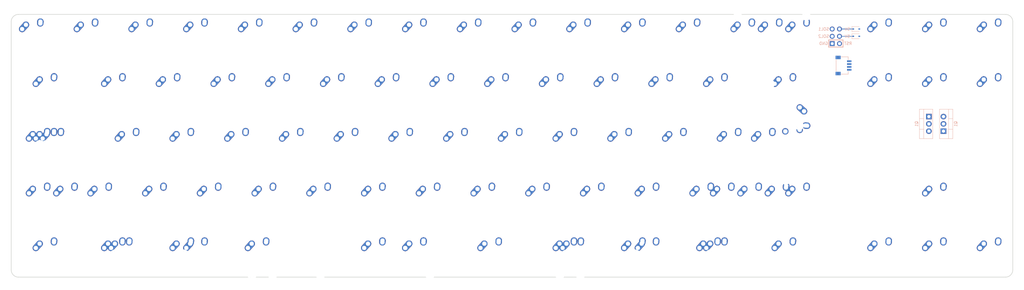
<source format=kicad_pcb>
(kicad_pcb (version 20211014) (generator pcbnew)
  (layers (0 "F.Cu" signal) (31 "B.Cu" signal) (34 "B.Paste" user) (35 "F.Paste" user) (36 "B.SilkS" user "B.Silkscreen") (37 "F.SilkS" user "F.Silkscreen") (38 "B.Mask" user) (39 "F.Mask" user) (44 "Edge.Cuts" user))
  (net 0 "")
  (net 1 "GND")
  (footprint "MX_Alps:MX-1U-NoLED" (layer "F.Cu") (at 371.475 57.15)
    (fp_text reference "REF**70")
    (fp_text value "1U")
  )
  (footprint "MX_Alps:MX-1U-NoLED" (layer "F.Cu") (at 57.15 38.1)
    (fp_text reference "REF**1")
    (fp_text value "1U")
  )
  (footprint "MX_Alps:MX-1U-NoLED" (layer "F.Cu") (at 200.025 57.15)
    (fp_text reference "REF**23")
    (fp_text value "1U")
  )
  (footprint "MX_Alps:MX-1U-NoLED" (layer "F.Cu") (at 109.5375 76.2)
    (fp_text reference "REF**33")
    (fp_text value "1U")
  )
  (footprint "MX_Alps:MX-1U-NoLED" (layer "F.Cu") (at 257.175 57.15)
    (fp_text reference "REF**26")
    (fp_text value "1U")
  )
  (footprint "MX_Alps:MX-1U-NoLED" (layer "F.Cu") (at 100.0125 95.25)
    (fp_text reference "REF**48")
    (fp_text value "1U")
  )
  (footprint "MX_Alps:MX-1U-NoLED" (layer "F.Cu") (at 223.8375 76.2)
    (fp_text reference "REF**39")
    (fp_text value "1U")
  )
  (footprint "MX_Alps:MX-1U-NoLED" (layer "F.Cu") (at 123.825 57.15)
    (fp_text reference "REF**19")
    (fp_text value "1U")
  )
  (footprint "MX_Alps:MX-7U-ReversedStabilizers-NoLED" (layer "F.Cu") (at 171.45 114.3)
    (fp_text reference "REF**29")
    (fp_text value "1.5U")
  )
  (footprint "MX_Alps:MX-1U-NoLED" (layer "F.Cu") (at 138.1125 95.25)
    (fp_text reference "REF**50")
    (fp_text value "1U")
  )
  (footprint "MX_Alps:MX-1.25U-NoLED" (layer "F.Cu") (at 197.64375 114.3)
    (fp_text reference "REF**29")
    (fp_text value "1.5U")
  )
  (footprint "MX_Alps:MX-1U-NoLED" (layer "F.Cu") (at 180.975 57.15)
    (fp_text reference "REF**22")
    (fp_text value "1U")
  )
  (footprint "MX_Alps:MX-1.25U-NoLED" (layer "F.Cu") (at 69.05625 114.3)
    (fp_text reference "REF**61")
    (fp_text value "1U")
  )
  (footprint "MX_Alps:MX-1U-NoLED" (layer "F.Cu") (at 352.425 114.3)
    (fp_text reference "REF**46")
    (fp_text value "1U")
  )
  (footprint "MX_Alps:MX-1.5U-NoLED" (layer "F.Cu") (at 95.25 114.3)
    (fp_text reference "REF**29")
    (fp_text value "1.5U")
  )
  (footprint "MX_Alps:MX-1U-NoLED" (layer "F.Cu") (at 371.475 114.3)
    (fp_text reference "REF**60")
    (fp_text value "1U")
  )
  (footprint "MX_Alps:MX-1U-NoLED" (layer "F.Cu") (at 85.725 57.15)
    (fp_text reference "REF**17")
    (fp_text value "1U")
  )
  (footprint "MX_Alps:MX-1U-NoLED" (layer "F.Cu") (at 271.4625 95.25)
    (fp_text reference "REF**57")
    (fp_text value "1U")
  )
  (footprint "MX_Alps:MX-1U-NoLED" (layer "F.Cu") (at 219.075 57.15)
    (fp_text reference "REF**24")
    (fp_text value "1U")
  )
  (footprint "MX_Alps:MX-1.25U-NoLED" (layer "F.Cu") (at 116.68125 114.3)
    (fp_text reference "REF**29")
    (fp_text value "1.5U")
  )
  (footprint "MX_Alps:MX-1U-NoLED" (layer "F.Cu") (at 371.475 38.1)
    (fp_text reference "REF**73")
    (fp_text value "1U")
  )
  (footprint "MX_Alps:MX-1.25U-NoLED" (layer "F.Cu") (at 226.21875 114.3)
    (fp_text reference "REF**29")
    (fp_text value "1.5U")
  )
  (footprint "MX_Alps:MX-1.5U-NoLED" (layer "F.Cu") (at 300.0375 114.3)
    (fp_text reference "REF**29")
    (fp_text value "1.5U")
  )
  (footprint "MX_Alps:MX-1U-NoLED" (layer "F.Cu") (at 285.75 38.1)
    (fp_text reference "REF**13")
    (fp_text value "1U")
  )
  (footprint "MX_Alps:MX-1U-NoLED" (layer "F.Cu") (at 71.4375 76.2)
    (fp_text reference "REF**31")
    (fp_text value "1U")
  )
  (footprint "MX_Alps:MX-1.5U-NoLED" (layer "F.Cu") (at 42.8625 114.3)
    (fp_text reference "REF**29")
    (fp_text value "1.5U")
  )
  (footprint "MX_Alps:MX-1U-NoLED" (layer "F.Cu") (at 76.2 38.1)
    (fp_text reference "REF**2")
    (fp_text value "1U")
  )
  (footprint "MX_Alps:MX-1U-NoLED" (layer "F.Cu") (at 352.425 95.25)
    (fp_text reference "REF**63")
    (fp_text value "1U")
  )
  (footprint "MX_Alps:MX-1U-NoLED" (layer "F.Cu") (at 142.875 57.15)
    (fp_text reference "REF**20")
    (fp_text value "1U")
  )
  (footprint "MX_Alps:MX-1U-NoLED" (layer "F.Cu") (at 171.45 38.1)
    (fp_text reference "REF**7")
    (fp_text value "1U")
  )
  (footprint "MX_Alps:MX-1U-NoLED" (layer "F.Cu") (at 161.925 57.15)
    (fp_text reference "REF**21")
    (fp_text value "1U")
  )
  (footprint "MX_Alps:MX-1U-NoLED" (layer "F.Cu") (at 252.4125 95.25)
    (fp_text reference "REF**56")
    (fp_text value "1U")
  )
  (footprint "MX_Alps:MX-1U-NoLED" (layer "F.Cu") (at 195.2625 95.25)
    (fp_text reference "REF**53")
    (fp_text value "1U")
  )
  (footprint "MX_Alps:MX-1.25U-NoLED" (layer "F.Cu") (at 40.48125 95.25)
    (fp_text reference "REF**29")
    (fp_text value "1.25U")
  )
  (footprint "MX_Alps:MX-1U-NoLED" (layer "F.Cu") (at 214.3125 95.25)
    (fp_text reference "REF**54")
    (fp_text value "1U")
  )
  (footprint "MX_Alps:MX-1U-NoLED" (layer "F.Cu") (at 119.0625 95.25)
    (fp_text reference "REF**49")
    (fp_text value "1U")
  )
  (footprint "MX_Alps:MX-1U-NoLED" (layer "F.Cu") (at 209.55 38.1)
    (fp_text reference "REF**9")
    (fp_text value "1U")
  )
  (footprint "MX_Alps:MX-1U-NoLED" (layer "F.Cu") (at 185.7375 76.2)
    (fp_text reference "REF**37")
    (fp_text value "1U")
  )
  (footprint "MX_Alps:MX-1U-NoLED" (layer "F.Cu") (at 38.1 38.1)
    (fp_text reference "REF**")
    (fp_text value "1U")
  )
  (footprint "MX_Alps:MX-2.75U-NoLED" (layer "F.Cu") (at 288.13125 95.25)
    (fp_text reference "REF**58")
    (fp_text value "1U")
  )
  (footprint "MX_Alps:MX-1U-NoLED" (layer "F.Cu") (at 261.9375 76.2)
    (fp_text reference "REF**41")
    (fp_text value "1U")
  )
  (footprint "MX_Alps:MX-1U-NoLED" (layer "F.Cu") (at 95.25 38.1)
    (fp_text reference "REF**3")
    (fp_text value "1U")
  )
  (footprint "MX_Alps:MX-1.5U-NoLED" (layer "F.Cu") (at 252.4125 114.3)
    (fp_text reference "REF**29")
    (fp_text value "1.5U")
  )
  (footprint "MX_Alps:MX-1U-NoLED" (layer "F.Cu") (at 190.5 38.1)
    (fp_text reference "REF**8")
    (fp_text value "1U")
  )
  (footprint "MX_Alps:MX-1U-NoLED" (layer "F.Cu") (at 333.375 38.1)
    (fp_text reference "REF**71")
    (fp_text value "1U")
  )
  (footprint "MX_Alps:MX-1.75U-NoLED" (layer "F.Cu") (at 45.24375 76.2)
    (fp_text reference "REF**30")
    (fp_text value "1.75U")
  )
  (footprint "MX_Alps:MX-ISO-ReversedStabilizers" (layer "F.Cu") (at 302.41875 66.675)
    (fp_text reference "REF**")
    (fp_text value "ISO-Combined")
  )
  (footprint "MX_Alps:MX-1.25U-NoLED" (layer "F.Cu") (at 273.84375 114.3)
    (fp_text reference "REF**44")
    (fp_text value "1U")
  )
  (footprint "MX_Alps:MX-1.5U-NoLED" (layer "F.Cu") (at 90.4875 114.3)
    (fp_text reference "REF**29")
    (fp_text value "1.5U")
  )
  (footprint "MX_Alps:MX-1.5U-NoLED" (layer "F.Cu") (at 42.8625 76.2)
    (fp_text reference "REF**29")
    (fp_text value "1.5U")
  )
  (footprint "MX_Alps:MX-1U-NoLED" (layer "F.Cu") (at 233.3625 95.25)
    (fp_text reference "REF**55")
    (fp_text value "1U")
  )
  (footprint "MX_Alps:MX-1.5U-NoLED" (layer "F.Cu") (at 247.65 114.3)
    (fp_text reference "REF**29")
    (fp_text value "1.5U")
  )
  (footprint "MX_Alps:MX-1.5U-NoLED" (layer "F.Cu") (at 223.8375 114.3)
    (fp_text reference "REF**29")
    (fp_text value "1.5U")
  )
  (footprint "MX_Alps:MX-1.75U-NoLED" (layer "F.Cu") (at 278.60625 95.25)
    (fp_text reference "REF**30")
    (fp_text value "1.75U")
  )
  (footprint "MX_Alps:MX-2.25U-NoLED" (layer "F.Cu") (at 292.89375 76.2)
    (fp_text reference "REF**42")
    (fp_text value "2.25U")
  )
  (footprint "MX_Alps:MX-1U-NoLED" (layer "F.Cu") (at 114.3 38.1)
    (fp_text reference "REF**4")
    (fp_text value "1U")
  )
  (footprint "MX_Alps:MX-1U-NoLED" (layer "F.Cu") (at 147.6375 76.2)
    (fp_text reference "REF**35")
    (fp_text value "1U")
  )
  (footprint "MX_Alps:MX-1.5U-NoLED" (layer "F.Cu") (at 42.8625 57.15)
    (fp_text reference "REF**15")
    (fp_text value "1.5U")
  )
  (footprint "MX_Alps:MX-1U-NoLED" (layer "F.Cu") (at 304.8 95.25)
    (fp_text reference "REF**75")
    (fp_text value "1U")
  )
  (footprint "MX_Alps:MX-1U-NoLED" (layer "F.Cu") (at 333.375 57.15)
    (fp_text reference "REF**68")
    (fp_text value "1U")
  )
  (footprint "MX_Alps:MX-1U-NoLED" (layer "F.Cu") (at 280.9875 76.2)
    (fp_text reference "REF**43")
    (fp_text value "1U")
  )
  (footprint "MX_Alps:MX-1U-NoLED" (layer "F.Cu") (at 176.2125 95.25)
    (fp_text reference "REF**52")
    (fp_text value "1U")
  )
  (footprint "MX_Alps:MX-1U-NoLED" (layer "F.Cu") (at 152.4 38.1)
    (fp_text reference "REF**6")
    (fp_text value "1U")
  )
  (footprint "MX_Alps:MX-1.25U-NoLED" (layer "F.Cu") (at 40.48125 76.2)
    (fp_text reference "REF**29")
    (fp_text value "1.25U")
  )
  (footprint "MX_Alps:MX-1U-NoLED" (layer "F.Cu") (at 247.65 38.1)
    (fp_text reference "REF**11")
    (fp_text value "1U")
  )
  (footprint "MX_Alps:MX-1U-NoLED" (layer "F.Cu") (at 304.8 38.1)
    (fp_text reference "REF**14")
    (fp_text value "1U")
  )
  (footprint "MX_Alps:MX-3U-ReversedStabilizers-NoLED" (layer "F.Cu") (at 157.1625 114.3)
    (fp_text reference "REF**29")
    (fp_text value "1.5U")
  )
  (footprint "MX_Alps:MX-1U-NoLED" (layer "F.Cu") (at 352.425 38.1)
    (fp_text reference "REF**72")
    (fp_text value "1U")
  )
  (footprint "MX_Alps:MX-1U-NoLED" (layer "F.Cu") (at 276.225 114.3)
    (fp_text reference "REF**44")
    (fp_text value "1U")
  )
  (footprint "MX_Alps:MX-2U-NoLED" (layer "F.Cu") (at 295.275 38.1)
    (fp_text reference "REF**13")
    (fp_text value "1U")
  )
  (footprint "MX_Alps:MX-6.5U-ReversedStabilizers-NoLED" (layer "F.Cu") (at 171.45 114.3)
    (fp_text reference "REF**29")
    (fp_text value "1.5U")
  )
  (footprint "MX_Alps:MX-1U-NoLED" (layer "F.Cu") (at 133.35 38.1)
    (fp_text reference "REF**5")
    (fp_text value "1U")
  )
  (footprint "MX_Alps:MX-1U-NoLED" (layer "F.Cu") (at 90.4875 76.2)
    (fp_text reference "REF**32")
    (fp_text value "1U")
  )
  (footprint "MX_Alps:MX-1U-NoLED" (layer "F.Cu") (at 157.1625 95.25)
    (fp_text reference "REF**51")
    (fp_text value "1U")
  )
  (footprint "MX_Alps:MX-1U-NoLED" (layer "F.Cu") (at 166.6875 76.2)
    (fp_text reference "REF**36")
    (fp_text value "1U")
  )
  (footprint "MX_Alps:MX-1U-NoLED" (layer "F.Cu") (at 128.5875 76.2)
    (fp_text reference "REF**34")
    (fp_text value "1U")
  )
  (footprint "MX_Alps:MX-1U-NoLED" (layer "F.Cu") (at 276.225 57.15)
    (fp_text reference "REF**27")
    (fp_text value "1U")
  )
  (footprint "MX_Alps:MX-1U-NoLED" (layer "F.Cu") (at 66.675 114.3)
    (fp_text reference "REF**61")
    (fp_text value "1U")
  )
  (footprint "MX_Alps:MX-1U-NoLED" (layer "F.Cu") (at 238.125 57.15)
    (fp_text reference "REF**25")
    (fp_text value "1U")
  )
  (footprint "MX_Alps:MX-1U-NoLED" (layer "F.Cu") (at 352.425 57.15)
    (fp_text reference "REF**69")
    (fp_text value "1U")
  )
  (footprint "MX_Alps:MX-1U-NoLED" (layer "F.Cu") (at 333.375 114.3)
    (fp_text reference "REF**45")
    (fp_text value "1U")
  )
  (footprint "MX_Alps:MX-1U-NoLED" (layer "F.Cu") (at 266.7 38.1)
    (fp_text reference "REF**12")
    (fp_text value "1U")
  )
  (footprint "MX_Alps:MX-2.25U-NoLED" (layer "F.Cu") (at 50.00625 95.25)
    (fp_text reference "REF**42")
    (fp_text value "2.25U")
  )
  (footprint "MX_Alps:MX-1U-NoLED" (layer "F.Cu") (at 204.7875 76.2)
    (fp_text reference "REF**38")
    (fp_text value "1U")
  )
  (footprint "MX_Alps:MX-1U-NoLED" (layer "F.Cu") (at 242.8875 76.2)
    (fp_text reference "REF**40")
    (fp_text value "1U")
  )
  (footprint "MX_Alps:MX-1.5U-NoLED" (layer "F.Cu") (at 300.0375 57.15)
    (fp_text reference "REF**28")
    (fp_text value "1.5U")
  )
  (footprint "MX_Alps:MX-1U-NoLED" (layer "F.Cu") (at 228.6 38.1)
    (fp_text reference "REF**10")
    (fp_text value "1U")
  )
  (footprint "MX_Alps:MX-1U-NoLED" (layer "F.Cu") (at 80.9625 95.25)
    (fp_text reference "REF**47")
    (fp_text value "1U")
  )
  (footprint "MX_Alps:MX-1U-NoLED" (layer "F.Cu") (at 61.9125 95.25)
    (fp_text reference "REF**59")
    (fp_text value "1U")
  )
  (footprint "MX_Alps:MX-1.75U-NoLED" (layer "F.Cu") (at 297.65625 95.25)
    (fp_text reference "REF**30")
    (fp_text value "1.75U")
  )
  (footprint "MX_Alps:MX-1U-NoLED" (layer "F.Cu") (at 66.675 57.15)
    (fp_text reference "REF**16")
    (fp_text value "1U")
  )
  (footprint "MX_Alps:MX-1U-NoLED" (layer "F.Cu") (at 104.775 57.15)
    (fp_text reference "REF**18")
    (fp_text value "1U")
  )
  (footprint "random-keyboard-parts:Reset_Pretty" (layer "B.Cu") (at 317.5 38.1 180)
    (fp_text reference "REF**")
    (fp_text value "Memes lol")
  )
  (footprint "Package_TO_SOT_THT:TO-220-3_Vertical" (layer "B.Cu") (at 349.885 66.04 -90)
    (fp_text reference "Q1")
    (fp_text value "TIP120")
  )
  (footprint "Diode_SMD:D_SOD-323" (layer "B.Cu") (at 324.612 38.1)
    (fp_text reference "REF**" hide)
    (fp_text value "D_SOD-323")
  )
  (footprint "random-keyboard-parts:JST-SR-4" (layer "B.Cu") (at 317.390018 48.26 90)
    (fp_text reference "REF**" hide)
    (fp_text value "JST-SR-4")
  )
  (footprint "Package_TO_SOT_THT:TO-220-3_Vertical" (layer "B.Cu") (at 354.965 71.12 90)
    (fp_text reference "Q1")
    (fp_text value "TIP120")
  )
  (footprint "Diode_SMD:D_SOD-323" (layer "B.Cu") (at 324.612 35.56)
    (fp_text reference "REF**" hide)
    (fp_text value "D_SOD-323")
  )
  (gr_line (start 33.02 121.92) (end 376.555 121.92) (layer "Edge.Cuts") (width 0.2))
  (gr_arc (start 30.48 33.02) (mid 31.223949 31.223949) (end 33.02 30.48) (layer "Edge.Cuts") (width 0.2))
  (gr_line (start 376.555 30.48) (end 33.02 30.48) (layer "Edge.Cuts") (width 0.2))
  (gr_arc (start 376.555 30.48) (mid 378.351051 31.223949) (end 379.095 33.02) (layer "Edge.Cuts") (width 0.2))
  (gr_line (start 379.095 33.02) (end 379.095 119.38) (layer "Edge.Cuts") (width 0.2))
  (gr_arc (start 379.095 119.38) (mid 378.351051 121.176051) (end 376.555 121.92) (layer "Edge.Cuts") (width 0.2))
  (gr_line (start 30.48 33.02) (end 30.48 119.38) (layer "Edge.Cuts") (width 0.2))
  (gr_arc (start 33.02 121.92) (mid 31.223949 121.176051) (end 30.48 119.38) (layer "Edge.Cuts") (width 0.2))
  (segment (start 323.562 38.1) (end 318.77 38.1) (width 0.2) (layer "B.Cu") (net 0))
  (segment (start 323.562 35.56) (end 318.77 35.56) (width 0.25) (layer "B.Cu") (net 0))
)
</source>
